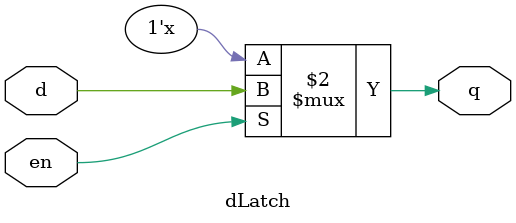
<source format=v>
module dLatch(d,en,q);
	input d,en;
	output reg q;
	always @(d or en)
		if(en)
			q<=d;
endmodule
</source>
